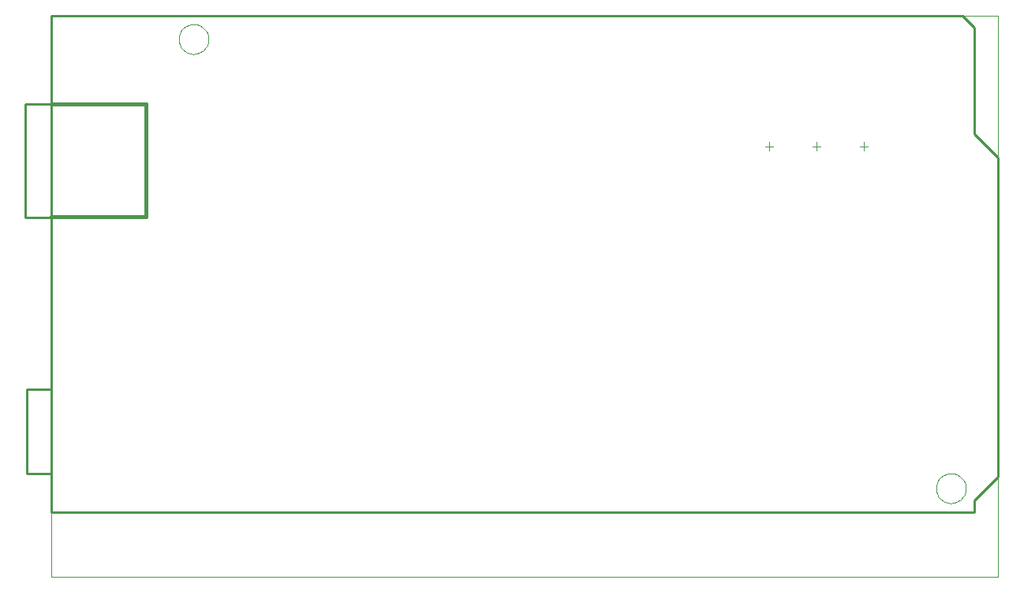
<source format=gbo>
G75*
%MOIN*%
%OFA0B0*%
%FSLAX24Y24*%
%IPPOS*%
%LPD*%
%AMOC8*
5,1,8,0,0,1.08239X$1,22.5*
%
%ADD10C,0.0000*%
%ADD11C,0.0160*%
%ADD12C,0.0040*%
%ADD13C,0.0100*%
D10*
X006933Y007050D02*
X046928Y007050D01*
X046928Y030796D01*
X006933Y030796D01*
X006933Y007050D01*
X012303Y029800D02*
X012305Y029850D01*
X012311Y029900D01*
X012321Y029949D01*
X012335Y029997D01*
X012352Y030044D01*
X012373Y030089D01*
X012398Y030133D01*
X012426Y030174D01*
X012458Y030213D01*
X012492Y030250D01*
X012529Y030284D01*
X012569Y030314D01*
X012611Y030341D01*
X012655Y030365D01*
X012701Y030386D01*
X012748Y030402D01*
X012796Y030415D01*
X012846Y030424D01*
X012895Y030429D01*
X012946Y030430D01*
X012996Y030427D01*
X013045Y030420D01*
X013094Y030409D01*
X013142Y030394D01*
X013188Y030376D01*
X013233Y030354D01*
X013276Y030328D01*
X013317Y030299D01*
X013356Y030267D01*
X013392Y030232D01*
X013424Y030194D01*
X013454Y030154D01*
X013481Y030111D01*
X013504Y030067D01*
X013523Y030021D01*
X013539Y029973D01*
X013551Y029924D01*
X013559Y029875D01*
X013563Y029825D01*
X013563Y029775D01*
X013559Y029725D01*
X013551Y029676D01*
X013539Y029627D01*
X013523Y029579D01*
X013504Y029533D01*
X013481Y029489D01*
X013454Y029446D01*
X013424Y029406D01*
X013392Y029368D01*
X013356Y029333D01*
X013317Y029301D01*
X013276Y029272D01*
X013233Y029246D01*
X013188Y029224D01*
X013142Y029206D01*
X013094Y029191D01*
X013045Y029180D01*
X012996Y029173D01*
X012946Y029170D01*
X012895Y029171D01*
X012846Y029176D01*
X012796Y029185D01*
X012748Y029198D01*
X012701Y029214D01*
X012655Y029235D01*
X012611Y029259D01*
X012569Y029286D01*
X012529Y029316D01*
X012492Y029350D01*
X012458Y029387D01*
X012426Y029426D01*
X012398Y029467D01*
X012373Y029511D01*
X012352Y029556D01*
X012335Y029603D01*
X012321Y029651D01*
X012311Y029700D01*
X012305Y029750D01*
X012303Y029800D01*
X044303Y010800D02*
X044305Y010850D01*
X044311Y010900D01*
X044321Y010949D01*
X044335Y010997D01*
X044352Y011044D01*
X044373Y011089D01*
X044398Y011133D01*
X044426Y011174D01*
X044458Y011213D01*
X044492Y011250D01*
X044529Y011284D01*
X044569Y011314D01*
X044611Y011341D01*
X044655Y011365D01*
X044701Y011386D01*
X044748Y011402D01*
X044796Y011415D01*
X044846Y011424D01*
X044895Y011429D01*
X044946Y011430D01*
X044996Y011427D01*
X045045Y011420D01*
X045094Y011409D01*
X045142Y011394D01*
X045188Y011376D01*
X045233Y011354D01*
X045276Y011328D01*
X045317Y011299D01*
X045356Y011267D01*
X045392Y011232D01*
X045424Y011194D01*
X045454Y011154D01*
X045481Y011111D01*
X045504Y011067D01*
X045523Y011021D01*
X045539Y010973D01*
X045551Y010924D01*
X045559Y010875D01*
X045563Y010825D01*
X045563Y010775D01*
X045559Y010725D01*
X045551Y010676D01*
X045539Y010627D01*
X045523Y010579D01*
X045504Y010533D01*
X045481Y010489D01*
X045454Y010446D01*
X045424Y010406D01*
X045392Y010368D01*
X045356Y010333D01*
X045317Y010301D01*
X045276Y010272D01*
X045233Y010246D01*
X045188Y010224D01*
X045142Y010206D01*
X045094Y010191D01*
X045045Y010180D01*
X044996Y010173D01*
X044946Y010170D01*
X044895Y010171D01*
X044846Y010176D01*
X044796Y010185D01*
X044748Y010198D01*
X044701Y010214D01*
X044655Y010235D01*
X044611Y010259D01*
X044569Y010286D01*
X044529Y010316D01*
X044492Y010350D01*
X044458Y010387D01*
X044426Y010426D01*
X044398Y010467D01*
X044373Y010511D01*
X044352Y010556D01*
X044335Y010603D01*
X044321Y010651D01*
X044311Y010700D01*
X044305Y010750D01*
X044303Y010800D01*
D11*
X010933Y022300D02*
X006933Y022300D01*
X010933Y022300D02*
X010933Y027050D01*
X006933Y027050D01*
D12*
X037082Y025270D02*
X037429Y025270D01*
X037082Y025270D01*
X037255Y025097D02*
X037255Y025444D01*
X037255Y025097D01*
X039082Y025270D02*
X039429Y025270D01*
X039255Y025097D02*
X039255Y025444D01*
X041082Y025270D02*
X041429Y025270D01*
X041255Y025097D02*
X041255Y025444D01*
D13*
X045933Y025800D02*
X045933Y030300D01*
X045433Y030800D01*
X006933Y030800D01*
X006933Y027060D01*
X005831Y027060D01*
X005831Y022257D01*
X006933Y022257D01*
X006933Y009800D01*
X045933Y009800D01*
X045933Y010300D01*
X046933Y011300D01*
X046933Y024800D01*
X045933Y025800D01*
X006933Y027060D02*
X006933Y022257D01*
X006894Y014973D02*
X005878Y014973D01*
X005878Y011430D01*
X006894Y011430D01*
M02*

</source>
